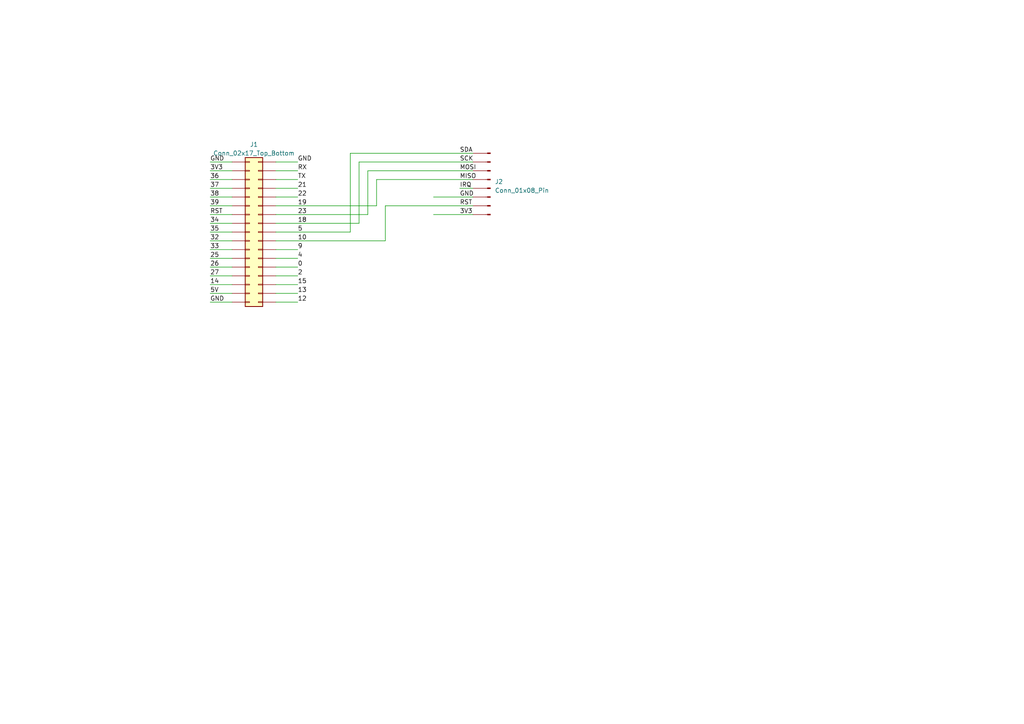
<source format=kicad_sch>
(kicad_sch (version 20230121) (generator eeschema)
  (paper "A4")
  (lib_symbols
    (symbol "Connector:Conn_01x08_Pin" (pin_numbers hide) (pin_names (offset 1.016) hide)
      (property "Reference" "J" (at 0 10.16 0))
      (property "Value" "Conn_01x08_Pin" (at 0 -12.7 0))
      (symbol "Conn_01x08_Pin_1_1"
        (polyline (pts (xy 1.27 -10.16) (xy 0.8636 -10.16)) (stroke (width 0.1524)))
        (polyline (pts (xy 1.27 -7.62) (xy 0.8636 -7.62)) (stroke (width 0.1524)))
        (polyline (pts (xy 1.27 -5.08) (xy 0.8636 -5.08)) (stroke (width 0.1524)))
        (polyline (pts (xy 1.27 -2.54) (xy 0.8636 -2.54)) (stroke (width 0.1524)))
        (polyline (pts (xy 1.27 0) (xy 0.8636 0)) (stroke (width 0.1524)))
        (polyline (pts (xy 1.27 2.54) (xy 0.8636 2.54)) (stroke (width 0.1524)))
        (polyline (pts (xy 1.27 5.08) (xy 0.8636 5.08)) (stroke (width 0.1524)))
        (polyline (pts (xy 1.27 7.62) (xy 0.8636 7.62)) (stroke (width 0.1524)))
        (rectangle (start 0.8636 -10.033) (end 0 -10.287) (stroke (width 0.1524)) (fill (type outline)))
        (rectangle (start 0.8636 -7.493) (end 0 -7.747) (stroke (width 0.1524)) (fill (type outline)))
        (rectangle (start 0.8636 -4.953) (end 0 -5.207) (stroke (width 0.1524)) (fill (type outline)))
        (rectangle (start 0.8636 -2.413) (end 0 -2.667) (stroke (width 0.1524)) (fill (type outline)))
        (rectangle (start 0.8636 0.127) (end 0 -0.127) (stroke (width 0.1524)) (fill (type outline)))
        (rectangle (start 0.8636 2.667) (end 0 2.413) (stroke (width 0.1524)) (fill (type outline)))
        (rectangle (start 0.8636 5.207) (end 0 4.953) (stroke (width 0.1524)) (fill (type outline)))
        (rectangle (start 0.8636 7.747) (end 0 7.493) (stroke (width 0.1524)) (fill (type outline)))
        (pin passive line (at 5.08 7.62 180) (length 3.81) (name "Pin_1") (number "1"))
        (pin passive line (at 5.08 5.08 180) (length 3.81) (name "Pin_2") (number "2"))
        (pin passive line (at 5.08 2.54 180) (length 3.81) (name "Pin_3") (number "3"))
        (pin passive line (at 5.08 0 180) (length 3.81) (name "Pin_4") (number "4"))
        (pin passive line (at 5.08 -2.54 180) (length 3.81) (name "Pin_5") (number "5"))
        (pin passive line (at 5.08 -5.08 180) (length 3.81) (name "Pin_6") (number "6"))
        (pin passive line (at 5.08 -7.62 180) (length 3.81) (name "Pin_7") (number "7"))
        (pin passive line (at 5.08 -10.16 180) (length 3.81) (name "Pin_8") (number "8"))
      )
    )
    (symbol "Connector_Generic:Conn_02x17_Top_Bottom" (pin_numbers hide) (pin_names (offset 1.016) hide)
      (property "Reference" "J" (at 1.27 22.86 0))
      (property "Value" "Conn_02x17_Top_Bottom" (at 1.27 -22.86 0))
      (symbol "Conn_02x17_Top_Bottom_1_1"
        (rectangle (start -1.27 -20.193) (end 0 -20.447) (stroke (width 0.1524)))
        (rectangle (start -1.27 -17.653) (end 0 -17.907) (stroke (width 0.1524)))
        (rectangle (start -1.27 -15.113) (end 0 -15.367) (stroke (width 0.1524)))
        (rectangle (start -1.27 -12.573) (end 0 -12.827) (stroke (width 0.1524)))
        (rectangle (start -1.27 -10.033) (end 0 -10.287) (stroke (width 0.1524)))
        (rectangle (start -1.27 -7.493) (end 0 -7.747) (stroke (width 0.1524)))
        (rectangle (start -1.27 -4.953) (end 0 -5.207) (stroke (width 0.1524)))
        (rectangle (start -1.27 -2.413) (end 0 -2.667) (stroke (width 0.1524)))
        (rectangle (start -1.27 0.127) (end 0 -0.127) (stroke (width 0.1524)))
        (rectangle (start -1.27 2.667) (end 0 2.413) (stroke (width 0.1524)))
        (rectangle (start -1.27 5.207) (end 0 4.953) (stroke (width 0.1524)))
        (rectangle (start -1.27 7.747) (end 0 7.493) (stroke (width 0.1524)))
        (rectangle (start -1.27 10.287) (end 0 10.033) (stroke (width 0.1524)))
        (rectangle (start -1.27 12.827) (end 0 12.573) (stroke (width 0.1524)))
        (rectangle (start -1.27 15.367) (end 0 15.113) (stroke (width 0.1524)))
        (rectangle (start -1.27 17.907) (end 0 17.653) (stroke (width 0.1524)))
        (rectangle (start -1.27 20.447) (end 0 20.193) (stroke (width 0.1524)))
        (rectangle (start -1.27 21.59) (end 3.81 -21.59) (stroke (width 0.254)) (fill (type background)))
        (rectangle (start 3.81 -20.193) (end 2.54 -20.447) (stroke (width 0.1524)))
        (rectangle (start 3.81 -17.653) (end 2.54 -17.907) (stroke (width 0.1524)))
        (rectangle (start 3.81 -15.113) (end 2.54 -15.367) (stroke (width 0.1524)))
        (rectangle (start 3.81 -12.573) (end 2.54 -12.827) (stroke (width 0.1524)))
        (rectangle (start 3.81 -10.033) (end 2.54 -10.287) (stroke (width 0.1524)))
        (rectangle (start 3.81 -7.493) (end 2.54 -7.747) (stroke (width 0.1524)))
        (rectangle (start 3.81 -4.953) (end 2.54 -5.207) (stroke (width 0.1524)))
        (rectangle (start 3.81 -2.413) (end 2.54 -2.667) (stroke (width 0.1524)))
        (rectangle (start 3.81 0.127) (end 2.54 -0.127) (stroke (width 0.1524)))
        (rectangle (start 3.81 2.667) (end 2.54 2.413) (stroke (width 0.1524)))
        (rectangle (start 3.81 5.207) (end 2.54 4.953) (stroke (width 0.1524)))
        (rectangle (start 3.81 7.747) (end 2.54 7.493) (stroke (width 0.1524)))
        (rectangle (start 3.81 10.287) (end 2.54 10.033) (stroke (width 0.1524)))
        (rectangle (start 3.81 12.827) (end 2.54 12.573) (stroke (width 0.1524)))
        (rectangle (start 3.81 15.367) (end 2.54 15.113) (stroke (width 0.1524)))
        (rectangle (start 3.81 17.907) (end 2.54 17.653) (stroke (width 0.1524)))
        (rectangle (start 3.81 20.447) (end 2.54 20.193) (stroke (width 0.1524)))
        (pin passive line (at -5.08 20.32 0) (length 3.81) (name "Pin_1") (number "1"))
        (pin passive line (at -5.08 -2.54 0) (length 3.81) (name "Pin_10") (number "10"))
        (pin passive line (at -5.08 -5.08 0) (length 3.81) (name "Pin_11") (number "11"))
        (pin passive line (at -5.08 -7.62 0) (length 3.81) (name "Pin_12") (number "12"))
        (pin passive line (at -5.08 -10.16 0) (length 3.81) (name "Pin_13") (number "13"))
        (pin passive line (at -5.08 -12.7 0) (length 3.81) (name "Pin_14") (number "14"))
        (pin passive line (at -5.08 -15.24 0) (length 3.81) (name "Pin_15") (number "15"))
        (pin passive line (at -5.08 -17.78 0) (length 3.81) (name "Pin_16") (number "16"))
        (pin passive line (at -5.08 -20.32 0) (length 3.81) (name "Pin_17") (number "17"))
        (pin passive line (at 7.62 20.32 180) (length 3.81) (name "Pin_18") (number "18"))
        (pin passive line (at 7.62 17.78 180) (length 3.81) (name "Pin_19") (number "19"))
        (pin passive line (at -5.08 17.78 0) (length 3.81) (name "Pin_2") (number "2"))
        (pin passive line (at 7.62 15.24 180) (length 3.81) (name "Pin_20") (number "20"))
        (pin passive line (at 7.62 12.7 180) (length 3.81) (name "Pin_21") (number "21"))
        (pin passive line (at 7.62 10.16 180) (length 3.81) (name "Pin_22") (number "22"))
        (pin passive line (at 7.62 7.62 180) (length 3.81) (name "Pin_23") (number "23"))
        (pin passive line (at 7.62 5.08 180) (length 3.81) (name "Pin_24") (number "24"))
        (pin passive line (at 7.62 2.54 180) (length 3.81) (name "Pin_25") (number "25"))
        (pin passive line (at 7.62 0 180) (length 3.81) (name "Pin_26") (number "26"))
        (pin passive line (at 7.62 -2.54 180) (length 3.81) (name "Pin_27") (number "27"))
        (pin passive line (at 7.62 -5.08 180) (length 3.81) (name "Pin_28") (number "28"))
        (pin passive line (at 7.62 -7.62 180) (length 3.81) (name "Pin_29") (number "29"))
        (pin passive line (at -5.08 15.24 0) (length 3.81) (name "Pin_3") (number "3"))
        (pin passive line (at 7.62 -10.16 180) (length 3.81) (name "Pin_30") (number "30"))
        (pin passive line (at 7.62 -12.7 180) (length 3.81) (name "Pin_31") (number "31"))
        (pin passive line (at 7.62 -15.24 180) (length 3.81) (name "Pin_32") (number "32"))
        (pin passive line (at 7.62 -17.78 180) (length 3.81) (name "Pin_33") (number "33"))
        (pin passive line (at 7.62 -20.32 180) (length 3.81) (name "Pin_34") (number "34"))
        (pin passive line (at -5.08 12.7 0) (length 3.81) (name "Pin_4") (number "4"))
        (pin passive line (at -5.08 10.16 0) (length 3.81) (name "Pin_5") (number "5"))
        (pin passive line (at -5.08 7.62 0) (length 3.81) (name "Pin_6") (number "6"))
        (pin passive line (at -5.08 5.08 0) (length 3.81) (name "Pin_7") (number "7"))
        (pin passive line (at -5.08 2.54 0) (length 3.81) (name "Pin_8") (number "8"))
        (pin passive line (at -5.08 0 0) (length 3.81) (name "Pin_9") (number "9"))
      )
    )
  )
  (wire (pts (xy 60.96 72.39) (xy 67.31 72.39)))
  (wire (pts (xy 60.96 57.15) (xy 67.31 57.15)))
  (wire (pts (xy 80.01 52.07) (xy 86.36 52.07)))
  (wire (pts (xy 106.68 49.53) (xy 137.16 49.53)))
  (wire (pts (xy 80.01 74.93) (xy 86.36 74.93)))
  (wire (pts (xy 60.96 69.85) (xy 67.31 69.85)))
  (wire (pts (xy 60.96 87.63) (xy 67.31 87.63)))
  (wire (pts (xy 60.96 67.31) (xy 67.31 67.31)))
  (wire (pts (xy 111.76 59.69) (xy 111.76 69.85)))
  (wire (pts (xy 60.96 82.55) (xy 67.31 82.55)))
  (wire (pts (xy 60.96 80.01) (xy 67.31 80.01)))
  (wire (pts (xy 80.01 69.85) (xy 111.76 69.85)))
  (wire (pts (xy 80.01 82.55) (xy 86.36 82.55)))
  (wire (pts (xy 80.01 57.15) (xy 86.36 57.15)))
  (wire (pts (xy 60.96 62.23) (xy 67.31 62.23)))
  (wire (pts (xy 80.01 46.99) (xy 86.36 46.99)))
  (wire (pts (xy 60.96 85.09) (xy 67.31 85.09)))
  (wire (pts (xy 80.01 72.39) (xy 86.36 72.39)))
  (wire (pts (xy 60.96 52.07) (xy 67.31 52.07)))
  (wire (pts (xy 80.01 49.53) (xy 86.36 49.53)))
  (wire (pts (xy 101.6 44.45) (xy 101.6 67.31)))
  (wire (pts (xy 60.96 59.69) (xy 67.31 59.69)))
  (wire (pts (xy 125.73 62.23) (xy 137.16 62.23)))
  (wire (pts (xy 60.96 49.53) (xy 67.31 49.53)))
  (wire (pts (xy 80.01 87.63) (xy 86.36 87.63)))
  (wire (pts (xy 80.01 80.01) (xy 86.36 80.01)))
  (wire (pts (xy 80.01 54.61) (xy 86.36 54.61)))
  (wire (pts (xy 80.01 67.31) (xy 101.6 67.31)))
  (wire (pts (xy 60.96 54.61) (xy 67.31 54.61)))
  (wire (pts (xy 104.14 46.99) (xy 137.16 46.99)))
  (wire (pts (xy 101.6 44.45) (xy 137.16 44.45)))
  (wire (pts (xy 80.01 85.09) (xy 86.36 85.09)))
  (wire (pts (xy 106.68 49.53) (xy 106.68 62.23)))
  (wire (pts (xy 109.22 52.07) (xy 109.22 59.69)))
  (wire (pts (xy 109.22 52.07) (xy 137.16 52.07)))
  (wire (pts (xy 111.76 59.69) (xy 137.16 59.69)))
  (wire (pts (xy 133.35 54.61) (xy 137.16 54.61)))
  (wire (pts (xy 60.96 64.77) (xy 67.31 64.77)))
  (wire (pts (xy 60.96 77.47) (xy 67.31 77.47)))
  (wire (pts (xy 80.01 64.77) (xy 104.14 64.77)))
  (wire (pts (xy 60.96 46.99) (xy 67.31 46.99)))
  (wire (pts (xy 80.01 59.69) (xy 109.22 59.69)))
  (wire (pts (xy 80.01 62.23) (xy 106.68 62.23)))
  (wire (pts (xy 60.96 74.93) (xy 67.31 74.93)))
  (wire (pts (xy 125.73 57.15) (xy 137.16 57.15)))
  (wire (pts (xy 104.14 46.99) (xy 104.14 64.77)))
  (wire (pts (xy 80.01 77.47) (xy 86.36 77.47)))
  (label "MOSI" (at 133.35 49.53 0))
  (label "12" (at 86.36 87.63 0))
  (label "13" (at 86.36 85.09 0))
  (label "19" (at 86.36 59.69 0))
  (label "32" (at 60.96 69.85 0))
  (label "0" (at 86.36 77.47 0))
  (label "23" (at 86.36 62.23 0))
  (label "5" (at 86.36 67.31 0))
  (label "GND" (at 60.96 87.63 0))
  (label "18" (at 86.36 64.77 0))
  (label "SDA" (at 133.35 44.45 0))
  (label "38" (at 60.96 57.15 0))
  (label "5V" (at 60.96 85.09 0))
  (label "GND" (at 86.36 46.99 0))
  (label "35" (at 60.96 67.31 0))
  (label "26" (at 60.96 77.47 0))
  (label "2" (at 86.36 80.01 0))
  (label "21" (at 86.36 54.61 0))
  (label "10" (at 86.36 69.85 0))
  (label "4" (at 86.36 74.93 0))
  (label "SCK" (at 133.35 46.99 0))
  (label "22" (at 86.36 57.15 0))
  (label "TX" (at 86.36 52.07 0))
  (label "RST" (at 133.35 59.69 0))
  (label "MISO" (at 133.35 52.07 0))
  (label "3V3" (at 60.96 49.53 0))
  (label "IRQ" (at 133.35 54.61 0))
  (label "33" (at 60.96 72.39 0))
  (label "39" (at 60.96 59.69 0))
  (label "37" (at 60.96 54.61 0))
  (label "34" (at 60.96 64.77 0))
  (label "9" (at 86.36 72.39 0))
  (label "GND" (at 133.35 57.15 0))
  (label "RX" (at 86.36 49.53 0))
  (label "25" (at 60.96 74.93 0))
  (label "36" (at 60.96 52.07 0))
  (label "15" (at 86.36 82.55 0))
  (label "GND" (at 60.96 46.99 0))
  (label "RST" (at 60.96 62.23 0))
  (label "27" (at 60.96 80.01 0))
  (label "14" (at 60.96 82.55 0))
  (label "3V3" (at 133.35 62.23 0))
  (symbol (lib_id "Connector_Generic:Conn_02x17_Top_Bottom") (at 72.39 67.31 0) (unit 1)
    (property "Reference" "J1" (at 73.66 41.91 0))
    (property "Value" "Conn_02x17_Top_Bottom" (at 73.66 44.45 0))
  )
  (symbol (lib_id "Connector:Conn_01x08_Pin") (at 142.24 54.61 180) (unit 1)
    (property "Reference" "J2" (at 143.51 52.705 0) (effects (justify right)))
    (property "Value" "Conn_01x08_Pin" (at 143.51 55.245 0) (effects (justify right)))
  )
)
</source>
